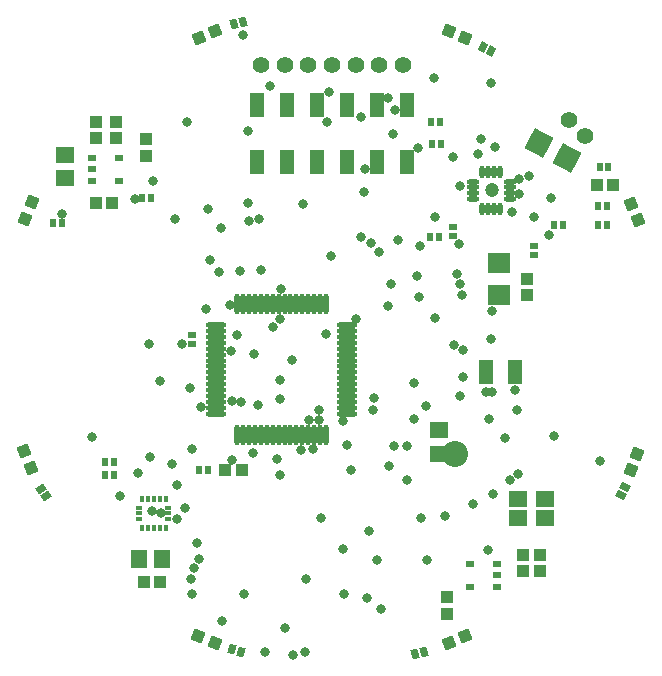
<source format=gbs>
%FSLAX43Y43*%
%MOMM*%
G71*
G01*
G75*
G04 Layer_Color=16711935*
%ADD10R,0.600X0.400*%
%ADD11R,1.400X1.200*%
%ADD12R,1.300X1.200*%
%ADD13R,0.900X0.800*%
%ADD14R,4.500X4.500*%
%ADD15R,0.280X0.850*%
%ADD16R,0.850X0.280*%
%ADD17R,0.750X2.000*%
%ADD18R,0.800X0.900*%
%ADD19R,0.350X1.000*%
G04:AMPARAMS|DCode=20|XSize=2mm|YSize=1mm|CornerRadius=0.25mm|HoleSize=0mm|Usage=FLASHONLY|Rotation=90.000|XOffset=0mm|YOffset=0mm|HoleType=Round|Shape=RoundedRectangle|*
%AMROUNDEDRECTD20*
21,1,2.000,0.500,0,0,90.0*
21,1,1.500,1.000,0,0,90.0*
1,1,0.500,0.250,0.750*
1,1,0.500,0.250,-0.750*
1,1,0.500,-0.250,-0.750*
1,1,0.500,-0.250,0.750*
%
%ADD20ROUNDEDRECTD20*%
G04:AMPARAMS|DCode=21|XSize=1.5mm|YSize=1mm|CornerRadius=0.25mm|HoleSize=0mm|Usage=FLASHONLY|Rotation=180.000|XOffset=0mm|YOffset=0mm|HoleType=Round|Shape=RoundedRectangle|*
%AMROUNDEDRECTD21*
21,1,1.500,0.500,0,0,180.0*
21,1,1.000,1.000,0,0,180.0*
1,1,0.500,-0.500,0.250*
1,1,0.500,0.500,0.250*
1,1,0.500,0.500,-0.250*
1,1,0.500,-0.500,-0.250*
%
%ADD21ROUNDEDRECTD21*%
%ADD22R,3.200X1.500*%
%ADD23C,0.254*%
%ADD24R,1.350X0.750*%
%ADD25R,0.000X0.750*%
%ADD26R,8.275X0.800*%
%ADD27R,6.096X0.508*%
%ADD28R,3.161X14.453*%
%ADD29R,7.550X1.775*%
%ADD30C,1.200*%
%ADD31C,1.000*%
%ADD32C,0.600*%
%ADD33C,2.000*%
%ADD34R,1.700X1.700*%
%ADD35R,1.000X1.800*%
%ADD36O,1.550X0.250*%
%ADD37O,0.250X1.550*%
%ADD38R,0.250X0.350*%
%ADD39R,0.350X0.250*%
%ADD40R,0.400X0.600*%
%ADD41R,1.000X1.900*%
%ADD42P,1.131X4X337.5*%
%ADD43P,1.131X4X382.5*%
%ADD44P,1.131X4X247.5*%
%ADD45P,1.131X4X292.5*%
%ADD46O,0.850X0.250*%
%ADD47O,0.250X0.850*%
G04:AMPARAMS|DCode=48|XSize=0.4mm|YSize=0.6mm|CornerRadius=0mm|HoleSize=0mm|Usage=FLASHONLY|Rotation=331.875|XOffset=0mm|YOffset=0mm|HoleType=Round|Shape=Rectangle|*
%AMROTATEDRECTD48*
4,1,4,-0.318,-0.170,-0.035,0.359,0.318,0.170,0.035,-0.359,-0.318,-0.170,0.0*
%
%ADD48ROTATEDRECTD48*%

G04:AMPARAMS|DCode=49|XSize=0.4mm|YSize=0.6mm|CornerRadius=0mm|HoleSize=0mm|Usage=FLASHONLY|Rotation=241.875|XOffset=0mm|YOffset=0mm|HoleType=Round|Shape=Rectangle|*
%AMROTATEDRECTD49*
4,1,4,-0.170,0.318,0.359,0.035,0.170,-0.318,-0.359,-0.035,-0.170,0.318,0.0*
%
%ADD49ROTATEDRECTD49*%

G04:AMPARAMS|DCode=50|XSize=0.4mm|YSize=0.6mm|CornerRadius=0mm|HoleSize=0mm|Usage=FLASHONLY|Rotation=196.875|XOffset=0mm|YOffset=0mm|HoleType=Round|Shape=Rectangle|*
%AMROTATEDRECTD50*
4,1,4,0.104,0.345,0.278,-0.229,-0.104,-0.345,-0.278,0.229,0.104,0.345,0.0*
%
%ADD50ROTATEDRECTD50*%

G04:AMPARAMS|DCode=51|XSize=0.4mm|YSize=0.6mm|CornerRadius=0mm|HoleSize=0mm|Usage=FLASHONLY|Rotation=343.125|XOffset=0mm|YOffset=0mm|HoleType=Round|Shape=Rectangle|*
%AMROTATEDRECTD51*
4,1,4,-0.278,-0.229,-0.104,0.345,0.278,0.229,0.104,-0.345,-0.278,-0.229,0.0*
%
%ADD51ROTATEDRECTD51*%

G04:AMPARAMS|DCode=52|XSize=0.4mm|YSize=0.6mm|CornerRadius=0mm|HoleSize=0mm|Usage=FLASHONLY|Rotation=303.750|XOffset=0mm|YOffset=0mm|HoleType=Round|Shape=Rectangle|*
%AMROTATEDRECTD52*
4,1,4,-0.361,-0.000,0.138,0.333,0.361,0.000,-0.138,-0.333,-0.361,-0.000,0.0*
%
%ADD52ROTATEDRECTD52*%

%ADD53R,1.200X1.400*%
%ADD54R,1.700X1.600*%
G04:AMPARAMS|DCode=55|XSize=1.6mm|YSize=1.7mm|CornerRadius=0mm|HoleSize=0mm|Usage=FLASHONLY|Rotation=151.875|XOffset=0mm|YOffset=0mm|HoleType=Round|Shape=Rectangle|*
%AMROTATEDRECTD55*
4,1,4,1.106,0.373,0.305,-1.127,-1.106,-0.373,-0.305,1.127,1.106,0.373,0.0*
%
%ADD55ROTATEDRECTD55*%

%ADD56R,0.025X0.025*%
%ADD57R,0.803X0.603*%
%ADD58R,1.603X1.403*%
%ADD59R,1.503X1.403*%
%ADD60R,1.103X1.003*%
%ADD61R,0.030X0.030*%
%ADD62R,0.483X1.053*%
%ADD63R,1.053X0.483*%
%ADD64R,0.953X2.203*%
%ADD65R,1.003X1.103*%
%ADD66R,0.553X1.203*%
G04:AMPARAMS|DCode=67|XSize=2.203mm|YSize=1.203mm|CornerRadius=0.352mm|HoleSize=0mm|Usage=FLASHONLY|Rotation=90.000|XOffset=0mm|YOffset=0mm|HoleType=Round|Shape=RoundedRectangle|*
%AMROUNDEDRECTD67*
21,1,2.203,0.500,0,0,90.0*
21,1,1.500,1.203,0,0,90.0*
1,1,0.703,0.250,0.750*
1,1,0.703,0.250,-0.750*
1,1,0.703,-0.250,-0.750*
1,1,0.703,-0.250,0.750*
%
%ADD67ROUNDEDRECTD67*%
G04:AMPARAMS|DCode=68|XSize=1.703mm|YSize=1.203mm|CornerRadius=0.352mm|HoleSize=0mm|Usage=FLASHONLY|Rotation=180.000|XOffset=0mm|YOffset=0mm|HoleType=Round|Shape=RoundedRectangle|*
%AMROUNDEDRECTD68*
21,1,1.703,0.500,0,0,180.0*
21,1,1.000,1.203,0,0,180.0*
1,1,0.703,-0.500,0.250*
1,1,0.703,0.500,0.250*
1,1,0.703,0.500,-0.250*
1,1,0.703,-0.500,-0.250*
%
%ADD68ROUNDEDRECTD68*%
%ADD69R,3.403X1.703*%
%ADD70C,1.403*%
%ADD71C,1.203*%
%ADD72C,0.803*%
%ADD73C,2.203*%
%ADD74R,1.203X2.003*%
%ADD75O,1.753X0.453*%
%ADD76O,0.453X1.753*%
%ADD77R,0.453X0.553*%
%ADD78R,0.553X0.453*%
%ADD79R,0.603X0.803*%
%ADD80R,1.203X2.103*%
%ADD81P,1.419X4X337.5*%
%ADD82P,1.419X4X382.5*%
%ADD83P,1.419X4X247.5*%
%ADD84P,1.419X4X292.5*%
%ADD85O,1.053X0.453*%
%ADD86O,0.453X1.053*%
G04:AMPARAMS|DCode=87|XSize=0.603mm|YSize=0.803mm|CornerRadius=0mm|HoleSize=0mm|Usage=FLASHONLY|Rotation=331.875|XOffset=0mm|YOffset=0mm|HoleType=Round|Shape=Rectangle|*
%AMROTATEDRECTD87*
4,1,4,-0.455,-0.212,-0.077,0.496,0.455,0.212,0.077,-0.496,-0.455,-0.212,0.0*
%
%ADD87ROTATEDRECTD87*%

G04:AMPARAMS|DCode=88|XSize=0.603mm|YSize=0.803mm|CornerRadius=0mm|HoleSize=0mm|Usage=FLASHONLY|Rotation=241.875|XOffset=0mm|YOffset=0mm|HoleType=Round|Shape=Rectangle|*
%AMROTATEDRECTD88*
4,1,4,-0.212,0.455,0.496,0.077,0.212,-0.455,-0.496,-0.077,-0.212,0.455,0.0*
%
%ADD88ROTATEDRECTD88*%

G04:AMPARAMS|DCode=89|XSize=0.603mm|YSize=0.803mm|CornerRadius=0mm|HoleSize=0mm|Usage=FLASHONLY|Rotation=196.875|XOffset=0mm|YOffset=0mm|HoleType=Round|Shape=Rectangle|*
%AMROTATEDRECTD89*
4,1,4,0.172,0.472,0.405,-0.297,-0.172,-0.472,-0.405,0.297,0.172,0.472,0.0*
%
%ADD89ROTATEDRECTD89*%

G04:AMPARAMS|DCode=90|XSize=0.603mm|YSize=0.803mm|CornerRadius=0mm|HoleSize=0mm|Usage=FLASHONLY|Rotation=343.125|XOffset=0mm|YOffset=0mm|HoleType=Round|Shape=Rectangle|*
%AMROTATEDRECTD90*
4,1,4,-0.405,-0.297,-0.172,0.472,0.405,0.297,0.172,-0.472,-0.405,-0.297,0.0*
%
%ADD90ROTATEDRECTD90*%

G04:AMPARAMS|DCode=91|XSize=0.603mm|YSize=0.803mm|CornerRadius=0mm|HoleSize=0mm|Usage=FLASHONLY|Rotation=303.750|XOffset=0mm|YOffset=0mm|HoleType=Round|Shape=Rectangle|*
%AMROTATEDRECTD91*
4,1,4,-0.501,0.028,0.166,0.474,0.501,-0.028,-0.166,-0.474,-0.501,0.028,0.0*
%
%ADD91ROTATEDRECTD91*%

%ADD92R,1.403X1.603*%
%ADD93R,1.903X1.803*%
G04:AMPARAMS|DCode=94|XSize=1.803mm|YSize=1.903mm|CornerRadius=0mm|HoleSize=0mm|Usage=FLASHONLY|Rotation=151.875|XOffset=0mm|YOffset=0mm|HoleType=Round|Shape=Rectangle|*
%AMROTATEDRECTD94*
4,1,4,1.244,0.414,0.347,-1.264,-1.244,-0.414,-0.347,1.264,1.244,0.414,0.0*
%
%ADD94ROTATEDRECTD94*%

D57*
X-11825Y175D02*
D03*
Y-575D02*
D03*
X13950Y-19250D02*
D03*
Y-20200D02*
D03*
Y-21150D02*
D03*
X11650D02*
D03*
Y-19250D02*
D03*
X-20300Y13225D02*
D03*
Y14175D02*
D03*
Y15125D02*
D03*
X-18000D02*
D03*
Y13225D02*
D03*
X10250Y9275D02*
D03*
Y8525D02*
D03*
X17100Y7675D02*
D03*
Y6925D02*
D03*
D58*
X-22600Y15425D02*
D03*
Y13425D02*
D03*
X9025Y-7900D02*
D03*
Y-9900D02*
D03*
D59*
X15734Y-13698D02*
D03*
X18034D02*
D03*
Y-15298D02*
D03*
X15734D02*
D03*
D60*
X9700Y-23450D02*
D03*
X9700Y-22050D02*
D03*
X-15775Y16750D02*
D03*
Y15350D02*
D03*
X-18325Y16825D02*
D03*
Y18225D02*
D03*
X-19950Y16800D02*
D03*
Y18200D02*
D03*
X16475Y3525D02*
D03*
X16475Y4925D02*
D03*
X16175Y-19825D02*
D03*
Y-18425D02*
D03*
X17600Y-19850D02*
D03*
Y-18450D02*
D03*
D65*
X-14550Y-20725D02*
D03*
X-15950D02*
D03*
X-20000Y11375D02*
D03*
X-18600D02*
D03*
X23825Y12825D02*
D03*
X22425D02*
D03*
X-7625Y-11250D02*
D03*
X-9025Y-11250D02*
D03*
D70*
X6000Y22987D02*
D03*
X4000D02*
D03*
X2000D02*
D03*
X0D02*
D03*
X-2000D02*
D03*
X-4000D02*
D03*
X-6000D02*
D03*
X20053Y18397D02*
D03*
X21400Y17050D02*
D03*
D71*
X13500Y12400D02*
D03*
D72*
X18800Y-8407D02*
D03*
X6975Y-6950D02*
D03*
X15075Y-12100D02*
D03*
X13659Y-13313D02*
D03*
X11913Y-14173D02*
D03*
X-15150Y13225D02*
D03*
X14681Y-8560D02*
D03*
X965Y-7112D02*
D03*
X-4415Y-5262D02*
D03*
X-12242Y18225D02*
D03*
X-4415Y-3670D02*
D03*
X-432Y18212D02*
D03*
X5613Y8179D02*
D03*
X7366Y3378D02*
D03*
X7450Y7660D02*
D03*
X22657Y-10465D02*
D03*
X12387Y15519D02*
D03*
X15240Y10592D02*
D03*
X11030Y3562D02*
D03*
X10820Y4470D02*
D03*
X8698Y1597D02*
D03*
X-3353Y-1956D02*
D03*
X-7772Y5563D02*
D03*
X-2438Y11252D02*
D03*
X3000Y-22146D02*
D03*
X-965Y-15291D02*
D03*
X1000Y-21784D02*
D03*
X3480Y-6223D02*
D03*
X4013Y7225D02*
D03*
X10262Y15265D02*
D03*
X13487Y21488D02*
D03*
X-8509Y-5410D02*
D03*
X-2286Y-26670D02*
D03*
X-17971Y-13500D02*
D03*
X-6591Y-1460D02*
D03*
X3810Y-18923D02*
D03*
X9576Y-15164D02*
D03*
X10338Y-711D02*
D03*
X2794Y14224D02*
D03*
X-10490Y10871D02*
D03*
X5202Y17170D02*
D03*
X7235Y16020D02*
D03*
X-10338Y6528D02*
D03*
X10744Y7831D02*
D03*
X2430Y18644D02*
D03*
X10871Y-5004D02*
D03*
X11125Y-1067D02*
D03*
X-254Y20701D02*
D03*
X-7087Y17424D02*
D03*
Y11354D02*
D03*
X-9575Y5486D02*
D03*
X-11818Y-21768D02*
D03*
X-7468D02*
D03*
X-6680Y-9819D02*
D03*
X3327Y7976D02*
D03*
X1575Y-11278D02*
D03*
X17135Y10185D02*
D03*
X16688Y13589D02*
D03*
X-13562Y-10787D02*
D03*
X-12479Y-14450D02*
D03*
X4724Y2616D02*
D03*
X7569Y-15313D02*
D03*
X2007Y1499D02*
D03*
X8732Y10155D02*
D03*
X10566Y5334D02*
D03*
X13513Y2235D02*
D03*
X15867Y12065D02*
D03*
X5207Y-9271D02*
D03*
X-11684Y-19583D02*
D03*
X-11989Y-4293D02*
D03*
X4801Y-10948D02*
D03*
X3136Y-16447D02*
D03*
X-6271Y-5733D02*
D03*
X-13106Y-12522D02*
D03*
Y-15443D02*
D03*
X-14478Y-14950D02*
D03*
X-15418Y-10160D02*
D03*
X-14605Y-3708D02*
D03*
X-8077Y127D02*
D03*
X914Y-17994D02*
D03*
X-1092Y-6198D02*
D03*
X-533Y254D02*
D03*
X-8534Y-1219D02*
D03*
X-11430Y-17475D02*
D03*
X6325Y-9271D02*
D03*
Y-12141D02*
D03*
X3542Y-5131D02*
D03*
X7163Y5180D02*
D03*
X2700Y12300D02*
D03*
X-9387Y9195D02*
D03*
X1245Y-9144D02*
D03*
X2464Y8484D02*
D03*
X-11243Y-18806D02*
D03*
X-1143Y-7010D02*
D03*
X13462Y-178D02*
D03*
X-12725Y-610D02*
D03*
X-15494D02*
D03*
X-20320Y-8484D02*
D03*
X10820Y12776D02*
D03*
X-4293Y4039D02*
D03*
X-103Y6818D02*
D03*
X5013Y4445D02*
D03*
X5326Y19236D02*
D03*
X-7696Y-5535D02*
D03*
X-10649Y2337D02*
D03*
X-8433Y-10389D02*
D03*
X-5025Y847D02*
D03*
X-4394Y1499D02*
D03*
X-8661Y2743D02*
D03*
X12624Y16775D02*
D03*
X-11887Y-9449D02*
D03*
X-5715Y-26670D02*
D03*
X13183Y-18059D02*
D03*
X-16662Y11709D02*
D03*
X-4428Y-11676D02*
D03*
X6960Y-3912D02*
D03*
X-4648Y-10363D02*
D03*
X7998Y-18847D02*
D03*
X-7025Y9834D02*
D03*
X-22900Y10395D02*
D03*
X-6198Y9957D02*
D03*
X-7575Y25578D02*
D03*
X-9322Y-24079D02*
D03*
X-11074Y-5906D02*
D03*
X-1651Y-9449D02*
D03*
X-13287Y9973D02*
D03*
X4699Y20244D02*
D03*
X8636Y21895D02*
D03*
X-5283Y21209D02*
D03*
X-6025Y5672D02*
D03*
X13792Y16104D02*
D03*
X-3277Y-26899D02*
D03*
X-15286Y-14732D02*
D03*
X-16459Y-11532D02*
D03*
X-2235Y-20472D02*
D03*
X-11963D02*
D03*
X18408Y8641D02*
D03*
X7925Y-5842D02*
D03*
X-2590Y-9550D02*
D03*
X-1956Y-7036D02*
D03*
X18542Y11742D02*
D03*
X11075Y-3402D02*
D03*
X13259Y-6960D02*
D03*
X13009Y-4630D02*
D03*
X15850Y13386D02*
D03*
X15646Y-6200D02*
D03*
X-3988Y-24663D02*
D03*
X15734Y-11606D02*
D03*
X13517Y-4699D02*
D03*
X15509Y-4496D02*
D03*
X4177Y-23012D02*
D03*
D73*
X10375Y-9950D02*
D03*
D74*
X15509Y-2974D02*
D03*
X13009D02*
D03*
D75*
X-9800Y1000D02*
D03*
X-9800Y500D02*
D03*
X-9800Y0D02*
D03*
X-9800Y-500D02*
D03*
X-9800Y-1000D02*
D03*
Y-1500D02*
D03*
X-9800Y-2000D02*
D03*
Y-2500D02*
D03*
X-9800Y-3000D02*
D03*
Y-3500D02*
D03*
Y-4000D02*
D03*
Y-4500D02*
D03*
Y-5000D02*
D03*
X-9800Y-5500D02*
D03*
Y-6000D02*
D03*
X-9800Y-6500D02*
D03*
X1250Y-6500D02*
D03*
X1250Y-6000D02*
D03*
X1250Y-5500D02*
D03*
X1250Y-5000D02*
D03*
X1250Y-4500D02*
D03*
X1250Y-4000D02*
D03*
Y-3500D02*
D03*
X1250Y-3000D02*
D03*
X1250Y-2500D02*
D03*
X1250Y-2000D02*
D03*
X1250Y-1500D02*
D03*
Y-1000D02*
D03*
X1250Y-500D02*
D03*
X1250Y-0D02*
D03*
Y500D02*
D03*
X1250Y1000D02*
D03*
D76*
X-8025Y-8275D02*
D03*
X-7525Y-8275D02*
D03*
X-7025Y-8275D02*
D03*
X-6525D02*
D03*
X-6025D02*
D03*
X-5525D02*
D03*
X-5025D02*
D03*
X-4525Y-8275D02*
D03*
X-4025D02*
D03*
X-3525Y-8275D02*
D03*
X-3025Y-8275D02*
D03*
X-2525Y-8275D02*
D03*
X-2025Y-8275D02*
D03*
X-1525Y-8275D02*
D03*
X-1025D02*
D03*
X-525Y-8275D02*
D03*
X-525Y2775D02*
D03*
X-1025D02*
D03*
X-1525Y2775D02*
D03*
X-2025Y2775D02*
D03*
X-2525D02*
D03*
X-3025D02*
D03*
X-3525Y2775D02*
D03*
X-4025D02*
D03*
X-4525Y2775D02*
D03*
X-5025Y2775D02*
D03*
X-5525Y2775D02*
D03*
X-6025D02*
D03*
X-6525Y2775D02*
D03*
X-7025Y2775D02*
D03*
X-7525D02*
D03*
X-8025Y2775D02*
D03*
D77*
X-16100Y-13725D02*
D03*
X-15600D02*
D03*
X-15100D02*
D03*
X-14600Y-13725D02*
D03*
X-14100D02*
D03*
X-14100Y-16175D02*
D03*
X-14600D02*
D03*
X-15100D02*
D03*
X-15600D02*
D03*
X-16100Y-16175D02*
D03*
D78*
X-13875Y-14450D02*
D03*
X-13875Y-14950D02*
D03*
Y-15450D02*
D03*
X-16325D02*
D03*
Y-14950D02*
D03*
Y-14450D02*
D03*
D79*
X-11225Y-11250D02*
D03*
X-10475D02*
D03*
X23275Y9500D02*
D03*
X22525D02*
D03*
X-23650Y9625D02*
D03*
X-22900Y9625D02*
D03*
X-16050Y11800D02*
D03*
X-15300D02*
D03*
X23250Y11075D02*
D03*
X22500D02*
D03*
X-18450Y-10600D02*
D03*
X-19200D02*
D03*
X-18450Y-11725D02*
D03*
X-19200Y-11725D02*
D03*
X19550Y9475D02*
D03*
X18800D02*
D03*
X8300Y8500D02*
D03*
X9050D02*
D03*
X9150Y18175D02*
D03*
X8400D02*
D03*
X9200Y16350D02*
D03*
X8450D02*
D03*
X23400Y14350D02*
D03*
X22650D02*
D03*
D80*
X-6350Y14850D02*
D03*
X-3810D02*
D03*
X-1270D02*
D03*
X1270D02*
D03*
X3810D02*
D03*
X6350D02*
D03*
Y19676D02*
D03*
X3810D02*
D03*
X1270D02*
D03*
X-1270D02*
D03*
X-3810D02*
D03*
X-6350D02*
D03*
D81*
X-26069Y-9692D02*
D03*
X-25495Y-11078D02*
D03*
X25345Y11266D02*
D03*
X25919Y9880D02*
D03*
D82*
X-11318Y-25323D02*
D03*
X-9932Y-25897D02*
D03*
X9891Y25858D02*
D03*
X11277Y25284D02*
D03*
D83*
X11266Y-25345D02*
D03*
X9880Y-25919D02*
D03*
X-11266Y25345D02*
D03*
X-9880Y25919D02*
D03*
D84*
X25858Y-9891D02*
D03*
X25284Y-11277D02*
D03*
X-25396Y11389D02*
D03*
X-25970Y10003D02*
D03*
D85*
X15050Y11650D02*
D03*
Y12150D02*
D03*
Y12650D02*
D03*
Y13150D02*
D03*
X11925Y13150D02*
D03*
X11925Y12650D02*
D03*
X11925Y12150D02*
D03*
X11925Y11650D02*
D03*
D86*
X14200Y13950D02*
D03*
X13700D02*
D03*
X13200Y13950D02*
D03*
X12700D02*
D03*
Y10850D02*
D03*
X13200D02*
D03*
X13700D02*
D03*
X14200Y10850D02*
D03*
D87*
X12814Y24579D02*
D03*
X13475Y24225D02*
D03*
D88*
X24804Y-12714D02*
D03*
X24450Y-13375D02*
D03*
D89*
X7768Y-26657D02*
D03*
X7050Y-26875D02*
D03*
X-8293Y26482D02*
D03*
X-7575Y26700D02*
D03*
D90*
X-8465Y-26452D02*
D03*
X-7747Y-26670D02*
D03*
D91*
X-24642Y-12876D02*
D03*
X-24225Y-13500D02*
D03*
D92*
X-16375Y-18775D02*
D03*
X-14375D02*
D03*
D93*
X14150Y3550D02*
D03*
Y6250D02*
D03*
D94*
X17500Y16450D02*
D03*
X19881Y15177D02*
D03*
M02*

</source>
